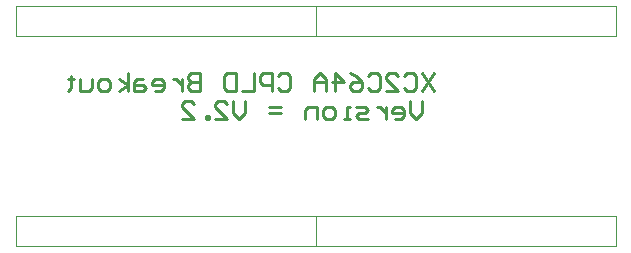
<source format=gbo>
G04*
G04 #@! TF.GenerationSoftware,Altium Limited,Altium Designer,19.1.8 (144)*
G04*
G04 Layer_Color=32896*
%FSLAX25Y25*%
%MOIN*%
G70*
G01*
G75*
%ADD10C,0.01000*%
%ADD15C,0.00394*%
D10*
X164300Y52898D02*
X160301Y46900D01*
Y52898D02*
X164300Y46900D01*
X154303Y51898D02*
X155303Y52898D01*
X157302D01*
X158302Y51898D01*
Y47900D01*
X157302Y46900D01*
X155303D01*
X154303Y47900D01*
X148305Y46900D02*
X152304D01*
X148305Y50899D01*
Y51898D01*
X149305Y52898D01*
X151304D01*
X152304Y51898D01*
X142307D02*
X143307Y52898D01*
X145306D01*
X146306Y51898D01*
Y47900D01*
X145306Y46900D01*
X143307D01*
X142307Y47900D01*
X136309Y52898D02*
X138308Y51898D01*
X140308Y49899D01*
Y47900D01*
X139308Y46900D01*
X137309D01*
X136309Y47900D01*
Y48899D01*
X137309Y49899D01*
X140308D01*
X131311Y46900D02*
Y52898D01*
X134310Y49899D01*
X130311D01*
X128312Y46900D02*
Y50899D01*
X126312Y52898D01*
X124313Y50899D01*
Y46900D01*
Y49899D01*
X128312D01*
X112317Y51898D02*
X113317Y52898D01*
X115316D01*
X116315Y51898D01*
Y47900D01*
X115316Y46900D01*
X113317D01*
X112317Y47900D01*
X110318Y46900D02*
Y52898D01*
X107318D01*
X106319Y51898D01*
Y49899D01*
X107318Y48899D01*
X110318D01*
X104319Y52898D02*
Y46900D01*
X100321D01*
X98321Y52898D02*
Y46900D01*
X95322D01*
X94323Y47900D01*
Y51898D01*
X95322Y52898D01*
X98321D01*
X86325D02*
Y46900D01*
X83326D01*
X82327Y47900D01*
Y48899D01*
X83326Y49899D01*
X86325D01*
X83326D01*
X82327Y50899D01*
Y51898D01*
X83326Y52898D01*
X86325D01*
X80327Y50899D02*
Y46900D01*
Y48899D01*
X79327Y49899D01*
X78328Y50899D01*
X77328D01*
X71330Y46900D02*
X73329D01*
X74329Y47900D01*
Y49899D01*
X73329Y50899D01*
X71330D01*
X70330Y49899D01*
Y48899D01*
X74329D01*
X67331Y50899D02*
X65332D01*
X64332Y49899D01*
Y46900D01*
X67331D01*
X68331Y47900D01*
X67331Y48899D01*
X64332D01*
X62333Y46900D02*
Y52898D01*
Y48899D02*
X59334Y50899D01*
X62333Y48899D02*
X59334Y46900D01*
X55335D02*
X53336D01*
X52336Y47900D01*
Y49899D01*
X53336Y50899D01*
X55335D01*
X56335Y49899D01*
Y47900D01*
X55335Y46900D01*
X50337Y50899D02*
Y47900D01*
X49337Y46900D01*
X46338D01*
Y50899D01*
X43339Y51898D02*
Y50899D01*
X44339D01*
X42339D01*
X43339D01*
Y47900D01*
X42339Y46900D01*
X160500Y43498D02*
Y39499D01*
X158501Y37500D01*
X156501Y39499D01*
Y43498D01*
X151503Y37500D02*
X153502D01*
X154502Y38500D01*
Y40499D01*
X153502Y41499D01*
X151503D01*
X150503Y40499D01*
Y39499D01*
X154502D01*
X148504Y41499D02*
Y37500D01*
Y39499D01*
X147504Y40499D01*
X146504Y41499D01*
X145505D01*
X142506Y37500D02*
X139507D01*
X138507Y38500D01*
X139507Y39499D01*
X141506D01*
X142506Y40499D01*
X141506Y41499D01*
X138507D01*
X136508Y37500D02*
X134508D01*
X135508D01*
Y41499D01*
X136508D01*
X130510Y37500D02*
X128510D01*
X127511Y38500D01*
Y40499D01*
X128510Y41499D01*
X130510D01*
X131509Y40499D01*
Y38500D01*
X130510Y37500D01*
X125511D02*
Y41499D01*
X122512D01*
X121513Y40499D01*
Y37500D01*
X113515Y39499D02*
X109517D01*
X113515Y41499D02*
X109517D01*
X101519Y43498D02*
Y39499D01*
X99520Y37500D01*
X97520Y39499D01*
Y43498D01*
X91522Y37500D02*
X95521D01*
X91522Y41499D01*
Y42498D01*
X92522Y43498D01*
X94521D01*
X95521Y42498D01*
X89523Y37500D02*
Y38500D01*
X88523D01*
Y37500D01*
X89523D01*
X80526D02*
X84525D01*
X80526Y41499D01*
Y42498D01*
X81525Y43498D01*
X83525D01*
X84525Y42498D01*
D15*
X125000Y65000D02*
X225000D01*
X125000D02*
Y75000D01*
X225000D01*
Y65000D02*
Y75000D01*
X25000Y65000D02*
X125000D01*
X25000D02*
Y75000D01*
X125000D01*
Y65000D02*
Y75000D01*
Y-5000D02*
Y5000D01*
Y-5000D02*
X225000D01*
Y5000D01*
X125000D02*
X225000D01*
X25000Y-5000D02*
Y5000D01*
Y-5000D02*
X125000D01*
Y5000D01*
X25000D02*
X125000D01*
M02*

</source>
